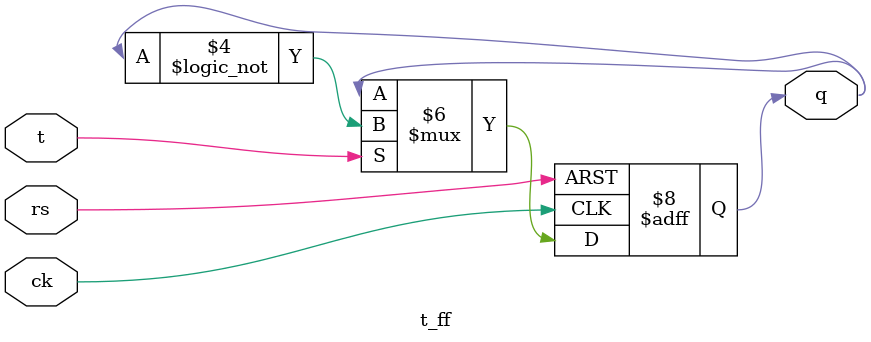
<source format=v>
module bai2(SW,LEDR);
input [2:0]SW;
output [3:0]LEDR;
wire a1,a2,a3;

t_ff T1(LEDR[0],SW[2],SW[0],SW[1]);
t_ff T2(LEDR[1],a1,SW[0],SW[1]);
t_ff T3(LEDR[2],a2,SW[0],SW[1]);
t_ff T4(LEDR[3],a3,SW[0],SW[1]);

and AND1(a1,SW[0],LEDR[0]);
and AND2(a2,a1,LEDR[1]);
and AND3(a3,a2,LEDR[2]);

endmodule

module t_ff(q, t, ck, rs);
input ck, t, rs;
output q;
reg q;
always @ (posedge ck or negedge rs)
begin
	if (rs == 1'b0)
		q <= 0;
	else
		if (t == 1'b0)
			q <= q; 
		else
			q <= !q;
end
endmodule 
</source>
